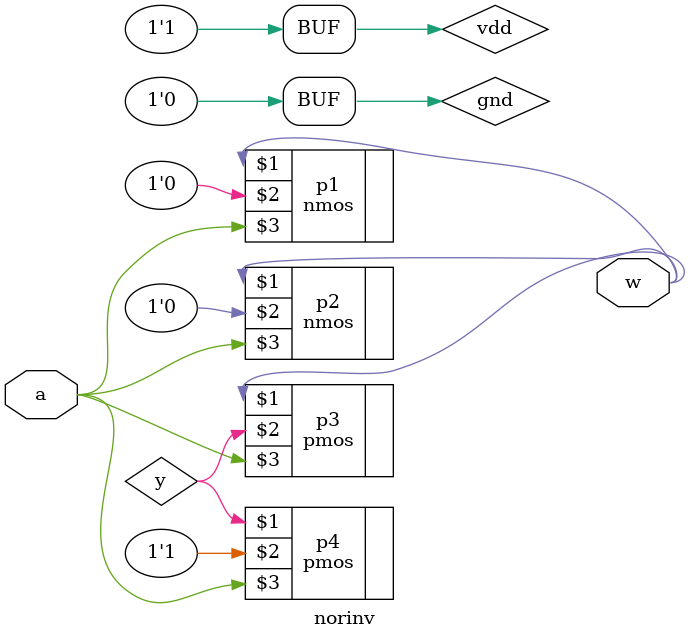
<source format=v>
 `timescale 1ns/1ns

module norinv(input a , output w);
	supply1 vdd;
	supply0 gnd;
	wire y;
	nmos #(3, 4, 5) p1(w, gnd, a) , p2(w, gnd, a);
	pmos #(5, 6, 7) p3(w, y, a) , p4(y, vdd, a);
endmodule

</source>
